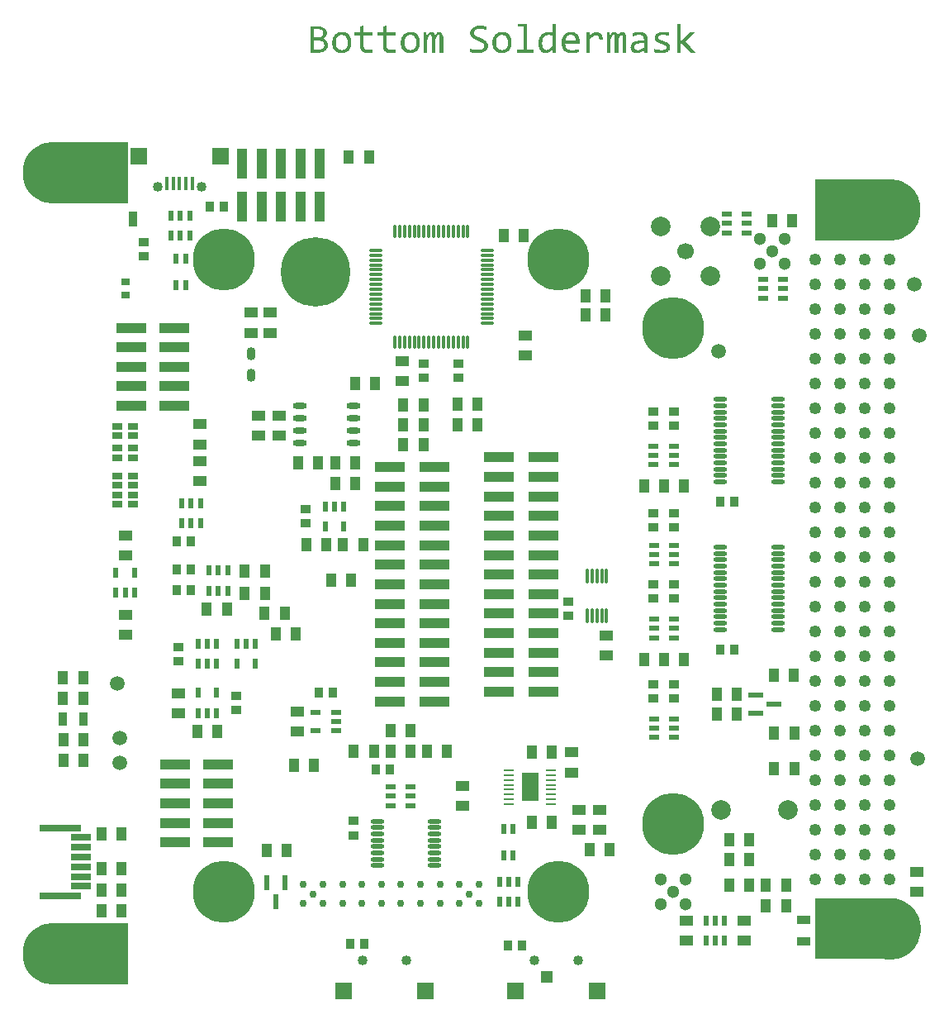
<source format=gbs>
G04 Layer_Color=16711935*
%FSLAX25Y25*%
%MOIN*%
G70*
G01*
G75*
%ADD10R,0.05315X0.04134*%
%ADD13O,0.05512X0.01100*%
%ADD18R,0.05551X0.03583*%
%ADD19R,0.05709X0.03937*%
%ADD20R,0.03937X0.05709*%
%ADD25R,0.02165X0.05906*%
%ADD26R,0.01575X0.05315*%
%ADD30R,0.03740X0.03150*%
%ADD31R,0.03583X0.05551*%
%ADD32R,0.04134X0.05315*%
%ADD37O,0.01100X0.05512*%
%ADD40O,0.05709X0.02362*%
%ADD53R,0.29995X0.25000*%
%ADD54R,0.30005X0.25000*%
%ADD55C,0.05906*%
%ADD56C,0.25000*%
%ADD57C,0.28000*%
%ADD58C,0.10000*%
%ADD59C,0.04921*%
%ADD60C,0.04000*%
%ADD61R,0.07000X0.07000*%
%ADD62C,0.07874*%
%ADD63C,0.05118*%
%ADD64C,0.06693*%
%ADD65C,0.03000*%
%ADD98R,0.02165X0.04134*%
%ADD101O,0.03543X0.05315*%
%ADD102R,0.12400X0.04016*%
%ADD103R,0.04016X0.12400*%
%ADD104R,0.02362X0.04331*%
%ADD105R,0.05906X0.02165*%
%ADD106O,0.01150X0.06496*%
%ADD108R,0.04134X0.02165*%
%ADD109R,0.03976X0.01150*%
%ADD110R,0.06890X0.11594*%
%ADD119R,0.04337X0.03543*%
%ADD121R,0.03543X0.04337*%
%ADD123R,0.16839X0.03059*%
%ADD124R,0.08177X0.02665*%
%ADD127R,0.04500X0.04600*%
%ADD128R,0.03500X0.06000*%
%ADD129R,0.04337X0.02762*%
%ADD130O,0.05669X0.01732*%
%ADD131O,0.05712X0.01800*%
%ADD132R,0.12300X0.04400*%
G36*
X192515Y39351D02*
X192734Y39333D01*
X192843D01*
X192934Y39315D01*
X193135Y39297D01*
X193371Y39260D01*
X193426D01*
X193499Y39242D01*
X193572D01*
X193772Y39206D01*
X194009Y39169D01*
X194064D01*
X194137Y39151D01*
X194210Y39133D01*
X194410Y39096D01*
X194610Y39060D01*
Y37748D01*
X194574D01*
X194501Y37784D01*
X194374Y37803D01*
X194210Y37839D01*
X194027Y37876D01*
X193809Y37930D01*
X193335Y38003D01*
X193317D01*
X193226Y38021D01*
X193116Y38039D01*
X192952Y38058D01*
X192770Y38076D01*
X192552Y38094D01*
X192114Y38112D01*
X191914D01*
X191695Y38094D01*
X191422Y38058D01*
X191112Y38003D01*
X190802Y37930D01*
X190529Y37821D01*
X190274Y37675D01*
X190256Y37657D01*
X190183Y37602D01*
X190092Y37511D01*
X189982Y37384D01*
X189873Y37220D01*
X189782Y37019D01*
X189709Y36801D01*
X189691Y36545D01*
Y36527D01*
Y36473D01*
X189709Y36400D01*
X189727Y36290D01*
X189800Y36053D01*
X189855Y35926D01*
X189928Y35798D01*
X189946Y35780D01*
X189964Y35744D01*
X190019Y35689D01*
X190092Y35616D01*
X190292Y35434D01*
X190547Y35234D01*
X190566Y35215D01*
X190620Y35197D01*
X190693Y35142D01*
X190821Y35088D01*
X190948Y35015D01*
X191094Y34942D01*
X191458Y34796D01*
X191477D01*
X191549Y34760D01*
X191640Y34723D01*
X191786Y34669D01*
X191932Y34614D01*
X192096Y34541D01*
X192479Y34377D01*
X192497D01*
X192570Y34341D01*
X192679Y34304D01*
X192807Y34250D01*
X192971Y34177D01*
X193135Y34104D01*
X193517Y33922D01*
X193535Y33904D01*
X193608Y33885D01*
X193699Y33831D01*
X193827Y33758D01*
X194118Y33557D01*
X194410Y33321D01*
X194428Y33302D01*
X194483Y33266D01*
X194556Y33193D01*
X194647Y33084D01*
X194738Y32974D01*
X194847Y32829D01*
X195048Y32501D01*
X195066Y32482D01*
X195084Y32410D01*
X195121Y32318D01*
X195175Y32191D01*
X195230Y32027D01*
X195266Y31826D01*
X195284Y31626D01*
X195303Y31389D01*
Y31353D01*
Y31262D01*
X195284Y31116D01*
X195266Y30934D01*
X195230Y30733D01*
X195157Y30496D01*
X195084Y30259D01*
X194975Y30041D01*
X194957Y30023D01*
X194920Y29950D01*
X194847Y29840D01*
X194756Y29713D01*
X194629Y29567D01*
X194483Y29403D01*
X194301Y29239D01*
X194100Y29094D01*
X194082Y29075D01*
X194009Y29039D01*
X193882Y28966D01*
X193736Y28875D01*
X193535Y28784D01*
X193317Y28693D01*
X193062Y28602D01*
X192770Y28529D01*
X192734D01*
X192643Y28492D01*
X192479Y28474D01*
X192260Y28438D01*
X192005Y28401D01*
X191713Y28383D01*
X191385Y28346D01*
X190784D01*
X190638Y28365D01*
X190511D01*
X190183Y28383D01*
X190110D01*
X190037Y28401D01*
X189928D01*
X189673Y28438D01*
X189381Y28474D01*
X189308D01*
X189235Y28492D01*
X189144D01*
X188908Y28529D01*
X188652Y28565D01*
X188634D01*
X188598Y28583D01*
X188525Y28602D01*
X188452Y28620D01*
X188252Y28674D01*
X188033Y28729D01*
Y30132D01*
X188069Y30114D01*
X188142Y30095D01*
X188270Y30059D01*
X188434Y30005D01*
X188634Y29932D01*
X188871Y29877D01*
X189126Y29822D01*
X189400Y29768D01*
X189436D01*
X189527Y29749D01*
X189691Y29731D01*
X189910Y29713D01*
X190165Y29676D01*
X190456Y29658D01*
X190784Y29640D01*
X191404D01*
X191568Y29658D01*
X191750D01*
X191950Y29695D01*
X192151Y29713D01*
X192351Y29749D01*
X192369D01*
X192442Y29768D01*
X192515Y29804D01*
X192643Y29822D01*
X192898Y29932D01*
X193153Y30059D01*
X193171Y30077D01*
X193207Y30095D01*
X193262Y30150D01*
X193335Y30205D01*
X193499Y30369D01*
X193626Y30588D01*
Y30606D01*
X193645Y30642D01*
X193681Y30715D01*
X193699Y30806D01*
X193736Y30915D01*
X193754Y31043D01*
X193772Y31316D01*
Y31334D01*
Y31389D01*
X193754Y31462D01*
X193736Y31571D01*
X193663Y31808D01*
X193608Y31918D01*
X193517Y32045D01*
X193499Y32063D01*
X193481Y32100D01*
X193426Y32154D01*
X193353Y32227D01*
X193262Y32318D01*
X193153Y32410D01*
X192879Y32592D01*
X192861Y32610D01*
X192807Y32628D01*
X192734Y32683D01*
X192624Y32737D01*
X192497Y32810D01*
X192351Y32883D01*
X191987Y33047D01*
X191969Y33065D01*
X191896Y33084D01*
X191805Y33120D01*
X191659Y33175D01*
X191513Y33229D01*
X191331Y33302D01*
X190948Y33448D01*
X190930Y33466D01*
X190857Y33485D01*
X190766Y33539D01*
X190638Y33594D01*
X190474Y33667D01*
X190311Y33740D01*
X189928Y33922D01*
X189910Y33940D01*
X189837Y33976D01*
X189746Y34013D01*
X189618Y34086D01*
X189491Y34177D01*
X189327Y34268D01*
X189017Y34505D01*
X188999Y34523D01*
X188962Y34559D01*
X188889Y34632D01*
X188798Y34742D01*
X188707Y34851D01*
X188598Y34997D01*
X188397Y35307D01*
X188379Y35325D01*
X188361Y35398D01*
X188324Y35489D01*
X188288Y35616D01*
X188233Y35780D01*
X188197Y35962D01*
X188179Y36181D01*
X188161Y36400D01*
Y36418D01*
Y36491D01*
X188179Y36600D01*
X188197Y36746D01*
X188215Y36910D01*
X188252Y37092D01*
X188306Y37293D01*
X188379Y37493D01*
X188397Y37511D01*
X188416Y37584D01*
X188488Y37675D01*
X188561Y37803D01*
X188652Y37948D01*
X188780Y38112D01*
X188926Y38276D01*
X189090Y38440D01*
X189108Y38458D01*
X189181Y38513D01*
X189290Y38586D01*
X189436Y38677D01*
X189600Y38787D01*
X189819Y38896D01*
X190055Y39005D01*
X190329Y39114D01*
X190365Y39133D01*
X190474Y39151D01*
X190620Y39187D01*
X190839Y39242D01*
X191112Y39297D01*
X191422Y39333D01*
X191768Y39351D01*
X192151Y39369D01*
X192333D01*
X192515Y39351D01*
D02*
G37*
G36*
X222724Y28492D02*
X221430D01*
X221376Y30041D01*
Y30023D01*
X221357Y30005D01*
X221266Y29895D01*
X221157Y29749D01*
X220993Y29549D01*
X220793Y29348D01*
X220574Y29130D01*
X220337Y28929D01*
X220082Y28747D01*
X220045Y28729D01*
X219954Y28693D01*
X219827Y28620D01*
X219626Y28547D01*
X219408Y28474D01*
X219153Y28401D01*
X218879Y28365D01*
X218570Y28346D01*
X218460D01*
X218315Y28365D01*
X218151Y28383D01*
X217968Y28419D01*
X217750Y28474D01*
X217549Y28547D01*
X217331Y28638D01*
X217313Y28656D01*
X217240Y28693D01*
X217148Y28765D01*
X217021Y28857D01*
X216875Y28966D01*
X216729Y29112D01*
X216584Y29276D01*
X216438Y29458D01*
X216420Y29476D01*
X216383Y29549D01*
X216310Y29676D01*
X216237Y29822D01*
X216146Y30023D01*
X216055Y30241D01*
X215964Y30478D01*
X215891Y30751D01*
Y30788D01*
X215873Y30879D01*
X215837Y31043D01*
X215819Y31243D01*
X215782Y31499D01*
X215746Y31790D01*
X215727Y32100D01*
Y32428D01*
Y32446D01*
Y32482D01*
Y32537D01*
Y32610D01*
X215746Y32792D01*
X215764Y33047D01*
X215800Y33339D01*
X215837Y33648D01*
X215910Y33976D01*
X216001Y34286D01*
Y34304D01*
X216019Y34323D01*
X216055Y34432D01*
X216128Y34578D01*
X216219Y34760D01*
X216329Y34979D01*
X216474Y35215D01*
X216638Y35452D01*
X216821Y35671D01*
X216839Y35689D01*
X216912Y35762D01*
X217021Y35871D01*
X217185Y35999D01*
X217367Y36126D01*
X217586Y36272D01*
X217823Y36400D01*
X218096Y36527D01*
X218132Y36545D01*
X218224Y36582D01*
X218388Y36618D01*
X218588Y36673D01*
X218825Y36728D01*
X219116Y36782D01*
X219426Y36801D01*
X219754Y36819D01*
X219991D01*
X220246Y36801D01*
X220519Y36764D01*
X220537D01*
X220592Y36746D01*
X220665D01*
X220756Y36728D01*
X221011Y36673D01*
X221285Y36600D01*
Y40080D01*
X222724D01*
Y28492D01*
D02*
G37*
G36*
X266470Y36855D02*
X266652D01*
X267071Y36819D01*
X267090D01*
X267181Y36801D01*
X267290D01*
X267454Y36782D01*
X267636Y36746D01*
X267837Y36728D01*
X268073Y36673D01*
X268310Y36636D01*
Y35361D01*
X268274D01*
X268201Y35398D01*
X268073Y35416D01*
X267891Y35452D01*
X267709Y35489D01*
X267490Y35525D01*
X267035Y35598D01*
X267017D01*
X266926Y35616D01*
X266816Y35634D01*
X266670Y35653D01*
X266507D01*
X266342Y35671D01*
X265978Y35689D01*
X265796D01*
X265668Y35671D01*
X265377Y35653D01*
X265085Y35598D01*
X265067D01*
X265031Y35580D01*
X264958Y35561D01*
X264867Y35543D01*
X264685Y35452D01*
X264484Y35361D01*
X264448Y35343D01*
X264356Y35270D01*
X264265Y35161D01*
X264174Y35033D01*
X264156Y34997D01*
X264138Y34906D01*
X264102Y34778D01*
X264083Y34614D01*
Y34596D01*
Y34578D01*
X264102Y34487D01*
X264120Y34359D01*
X264156Y34213D01*
X264174Y34177D01*
X264229Y34104D01*
X264338Y33995D01*
X264484Y33867D01*
X264502D01*
X264521Y33831D01*
X264575Y33812D01*
X264648Y33758D01*
X264757Y33703D01*
X264867Y33648D01*
X264994Y33594D01*
X265140Y33521D01*
X265158D01*
X265213Y33485D01*
X265304Y33466D01*
X265431Y33412D01*
X265596Y33357D01*
X265778Y33302D01*
X265978Y33248D01*
X266215Y33175D01*
X266251Y33156D01*
X266342Y33138D01*
X266470Y33102D01*
X266652Y33029D01*
X266853Y32974D01*
X267053Y32883D01*
X267253Y32810D01*
X267454Y32719D01*
X267472Y32701D01*
X267545Y32683D01*
X267618Y32628D01*
X267745Y32574D01*
X268001Y32391D01*
X268256Y32191D01*
X268274Y32173D01*
X268310Y32136D01*
X268365Y32081D01*
X268438Y32009D01*
X268584Y31808D01*
X268656Y31681D01*
X268711Y31553D01*
Y31535D01*
X268729Y31499D01*
X268766Y31407D01*
X268784Y31316D01*
X268820Y31189D01*
X268839Y31061D01*
X268857Y30733D01*
Y30715D01*
Y30660D01*
Y30569D01*
X268839Y30478D01*
X268784Y30223D01*
X268693Y29950D01*
Y29932D01*
X268675Y29895D01*
X268638Y29822D01*
X268584Y29749D01*
X268456Y29549D01*
X268292Y29330D01*
X268274Y29312D01*
X268256Y29294D01*
X268201Y29239D01*
X268128Y29185D01*
X267928Y29039D01*
X267691Y28875D01*
X267673D01*
X267636Y28838D01*
X267563Y28820D01*
X267472Y28765D01*
X267253Y28674D01*
X266980Y28583D01*
X266962D01*
X266926Y28565D01*
X266834Y28547D01*
X266743Y28529D01*
X266634Y28492D01*
X266488Y28474D01*
X266197Y28419D01*
X266178D01*
X266124Y28401D01*
X266051D01*
X265942Y28383D01*
X265705Y28365D01*
X265413Y28346D01*
X265104D01*
X264903Y28365D01*
X264666D01*
X264411Y28383D01*
X263865Y28419D01*
X263828D01*
X263755Y28438D01*
X263610Y28456D01*
X263445Y28474D01*
X263227Y28510D01*
X263008Y28547D01*
X262516Y28656D01*
Y29968D01*
X262553D01*
X262644Y29932D01*
X262771Y29895D01*
X262954Y29840D01*
X263172Y29786D01*
X263409Y29731D01*
X263937Y29640D01*
X263974D01*
X264065Y29622D01*
X264193Y29604D01*
X264375D01*
X264593Y29585D01*
X264830Y29567D01*
X265359Y29549D01*
X265523D01*
X265705Y29567D01*
X265924Y29585D01*
X266178Y29622D01*
X266434Y29658D01*
X266670Y29731D01*
X266871Y29822D01*
X266889Y29840D01*
X266944Y29877D01*
X267035Y29932D01*
X267126Y30023D01*
X267217Y30132D01*
X267308Y30278D01*
X267363Y30442D01*
X267381Y30624D01*
Y30642D01*
Y30660D01*
X267363Y30751D01*
X267345Y30879D01*
X267290Y31007D01*
X267272Y31043D01*
X267235Y31116D01*
X267144Y31225D01*
X266998Y31353D01*
X266962Y31389D01*
X266907Y31407D01*
X266853Y31462D01*
X266762Y31499D01*
X266652Y31553D01*
X266507Y31626D01*
X266361Y31681D01*
X266342D01*
X266288Y31717D01*
X266197Y31754D01*
X266051Y31808D01*
X265887Y31863D01*
X265687Y31936D01*
X265468Y32009D01*
X265195Y32081D01*
X265176D01*
X265104Y32118D01*
X264994Y32136D01*
X264867Y32191D01*
X264703Y32245D01*
X264539Y32300D01*
X264174Y32446D01*
X264156Y32464D01*
X264102Y32482D01*
X264010Y32537D01*
X263901Y32592D01*
X263628Y32737D01*
X263354Y32938D01*
X263336Y32956D01*
X263300Y32993D01*
X263227Y33047D01*
X263154Y33138D01*
X262972Y33339D01*
X262808Y33612D01*
Y33630D01*
X262771Y33685D01*
X262753Y33758D01*
X262717Y33867D01*
X262680Y33995D01*
X262662Y34159D01*
X262626Y34341D01*
Y34523D01*
Y34541D01*
Y34578D01*
Y34650D01*
X262644Y34742D01*
X262662Y34851D01*
X262680Y34979D01*
X262771Y35270D01*
Y35288D01*
X262808Y35343D01*
X262844Y35416D01*
X262899Y35525D01*
X262972Y35634D01*
X263063Y35762D01*
X263191Y35908D01*
X263318Y36035D01*
X263336Y36053D01*
X263391Y36090D01*
X263482Y36163D01*
X263591Y36254D01*
X263737Y36345D01*
X263919Y36436D01*
X264120Y36545D01*
X264356Y36636D01*
X264393Y36655D01*
X264484Y36673D01*
X264612Y36709D01*
X264812Y36764D01*
X265049Y36801D01*
X265322Y36837D01*
X265650Y36855D01*
X265996Y36873D01*
X266324D01*
X266470Y36855D01*
D02*
G37*
G36*
X239377D02*
X239468D01*
X239596Y36837D01*
X239887Y36764D01*
X240197Y36673D01*
X240507Y36527D01*
X240816Y36309D01*
X240962Y36181D01*
X241090Y36035D01*
X241126Y35999D01*
X241144Y35944D01*
X241199Y35890D01*
X241235Y35798D01*
X241290Y35689D01*
X241363Y35561D01*
X241418Y35416D01*
X241472Y35252D01*
X241527Y35088D01*
X241582Y34887D01*
X241636Y34669D01*
X241673Y34414D01*
X241691Y34159D01*
X241709Y33885D01*
Y33594D01*
X240270D01*
Y33612D01*
Y33648D01*
Y33703D01*
Y33776D01*
X240251Y33958D01*
X240233Y34177D01*
X240197Y34432D01*
X240142Y34687D01*
X240051Y34942D01*
X239942Y35142D01*
X239924Y35161D01*
X239887Y35215D01*
X239796Y35307D01*
X239687Y35398D01*
X239541Y35470D01*
X239377Y35561D01*
X239177Y35616D01*
X238940Y35634D01*
X238830D01*
X238776Y35616D01*
X238594Y35598D01*
X238375Y35525D01*
X238357D01*
X238320Y35507D01*
X238265Y35489D01*
X238193Y35452D01*
X237992Y35343D01*
X237774Y35197D01*
X237755Y35179D01*
X237719Y35161D01*
X237664Y35106D01*
X237573Y35051D01*
X237373Y34851D01*
X237118Y34614D01*
X237099Y34596D01*
X237063Y34559D01*
X236990Y34487D01*
X236899Y34377D01*
X236790Y34250D01*
X236662Y34122D01*
X236535Y33958D01*
X236389Y33776D01*
Y28492D01*
X234949D01*
Y36728D01*
X236243D01*
X236280Y35197D01*
Y35215D01*
X236316Y35234D01*
X236407Y35343D01*
X236553Y35489D01*
X236735Y35689D01*
X236954Y35890D01*
X237191Y36108D01*
X237446Y36309D01*
X237719Y36473D01*
X237755Y36491D01*
X237846Y36527D01*
X237974Y36600D01*
X238174Y36673D01*
X238375Y36746D01*
X238630Y36819D01*
X238885Y36855D01*
X239158Y36873D01*
X239286D01*
X239377Y36855D01*
D02*
G37*
G36*
X249726D02*
X249817Y36837D01*
X249944Y36801D01*
X250072Y36746D01*
X250218Y36673D01*
X250364Y36582D01*
X250509Y36454D01*
X250655Y36290D01*
X250783Y36090D01*
X250910Y35871D01*
X251001Y35598D01*
X251074Y35270D01*
X251129Y34906D01*
X251147Y34487D01*
Y28492D01*
X249726D01*
Y34396D01*
Y34414D01*
Y34468D01*
Y34523D01*
Y34614D01*
X249708Y34815D01*
X249689Y35015D01*
Y35033D01*
Y35051D01*
X249671Y35161D01*
X249653Y35288D01*
X249598Y35416D01*
X249580Y35434D01*
X249562Y35489D01*
X249507Y35561D01*
X249453Y35616D01*
X249434Y35634D01*
X249398Y35653D01*
X249325Y35671D01*
X249234Y35689D01*
X249216D01*
X249143Y35671D01*
X249052Y35653D01*
X248942Y35580D01*
X248924Y35561D01*
X248869Y35507D01*
X248778Y35398D01*
X248669Y35252D01*
Y35234D01*
X248651Y35215D01*
X248615Y35161D01*
X248578Y35106D01*
X248469Y34906D01*
X248341Y34669D01*
Y34650D01*
X248305Y34596D01*
X248268Y34523D01*
X248214Y34414D01*
X248159Y34286D01*
X248086Y34140D01*
X248013Y33958D01*
X247922Y33776D01*
Y28492D01*
X246501D01*
Y34250D01*
Y34268D01*
Y34323D01*
Y34396D01*
Y34505D01*
X246483Y34742D01*
X246464Y34960D01*
Y34979D01*
Y35015D01*
X246446Y35124D01*
X246428Y35270D01*
X246373Y35398D01*
X246355Y35416D01*
X246337Y35489D01*
X246282Y35561D01*
X246228Y35616D01*
X246209Y35634D01*
X246173Y35653D01*
X246100Y35671D01*
X246009Y35689D01*
X245991D01*
X245918Y35671D01*
X245827Y35653D01*
X245736Y35598D01*
X245718Y35580D01*
X245663Y35525D01*
X245572Y35434D01*
X245462Y35288D01*
X245444Y35252D01*
X245371Y35142D01*
X245262Y34960D01*
X245134Y34723D01*
Y34705D01*
X245098Y34650D01*
X245062Y34578D01*
X245007Y34468D01*
X244952Y34341D01*
X244879Y34177D01*
X244788Y33976D01*
X244697Y33776D01*
Y28492D01*
X243276D01*
Y36728D01*
X244442D01*
X244515Y35161D01*
X244533Y35179D01*
X244551Y35234D01*
X244588Y35325D01*
X244642Y35434D01*
X244788Y35689D01*
X244934Y35944D01*
X244952Y35962D01*
X244970Y35999D01*
X245007Y36053D01*
X245062Y36126D01*
X245189Y36309D01*
X245353Y36473D01*
X245371Y36491D01*
X245390Y36509D01*
X245499Y36582D01*
X245645Y36673D01*
X245809Y36764D01*
X245827D01*
X245845Y36782D01*
X245973Y36819D01*
X246136Y36855D01*
X246337Y36873D01*
X246446D01*
X246574Y36855D01*
X246720Y36819D01*
X246884Y36764D01*
X247047Y36691D01*
X247212Y36582D01*
X247357Y36436D01*
X247375Y36418D01*
X247412Y36363D01*
X247467Y36254D01*
X247539Y36108D01*
X247594Y35908D01*
X247649Y35689D01*
X247685Y35416D01*
X247704Y35088D01*
X247722Y35106D01*
X247740Y35161D01*
X247776Y35234D01*
X247831Y35343D01*
X247958Y35580D01*
X248086Y35835D01*
Y35853D01*
X248123Y35890D01*
X248159Y35962D01*
X248214Y36035D01*
X248341Y36217D01*
X248487Y36400D01*
X248505Y36418D01*
X248523Y36436D01*
X248633Y36527D01*
X248778Y36636D01*
X248961Y36746D01*
X248979D01*
X249015Y36764D01*
X249070Y36782D01*
X249143Y36819D01*
X249343Y36855D01*
X249580Y36873D01*
X249653D01*
X249726Y36855D01*
D02*
G37*
G36*
X175826D02*
X175917Y36837D01*
X176044Y36801D01*
X176172Y36746D01*
X176318Y36673D01*
X176463Y36582D01*
X176609Y36454D01*
X176755Y36290D01*
X176882Y36090D01*
X177010Y35871D01*
X177101Y35598D01*
X177174Y35270D01*
X177228Y34906D01*
X177247Y34487D01*
Y28492D01*
X175826D01*
Y34396D01*
Y34414D01*
Y34468D01*
Y34523D01*
Y34614D01*
X175807Y34815D01*
X175789Y35015D01*
Y35033D01*
Y35051D01*
X175771Y35161D01*
X175753Y35288D01*
X175698Y35416D01*
X175680Y35434D01*
X175662Y35489D01*
X175607Y35561D01*
X175552Y35616D01*
X175534Y35634D01*
X175498Y35653D01*
X175425Y35671D01*
X175334Y35689D01*
X175315D01*
X175242Y35671D01*
X175151Y35653D01*
X175042Y35580D01*
X175024Y35561D01*
X174969Y35507D01*
X174878Y35398D01*
X174769Y35252D01*
Y35234D01*
X174751Y35215D01*
X174714Y35161D01*
X174678Y35106D01*
X174568Y34906D01*
X174441Y34669D01*
Y34650D01*
X174404Y34596D01*
X174368Y34523D01*
X174313Y34414D01*
X174259Y34286D01*
X174186Y34140D01*
X174113Y33958D01*
X174022Y33776D01*
Y28492D01*
X172601D01*
Y34250D01*
Y34268D01*
Y34323D01*
Y34396D01*
Y34505D01*
X172582Y34742D01*
X172564Y34960D01*
Y34979D01*
Y35015D01*
X172546Y35124D01*
X172528Y35270D01*
X172473Y35398D01*
X172455Y35416D01*
X172437Y35489D01*
X172382Y35561D01*
X172327Y35616D01*
X172309Y35634D01*
X172273Y35653D01*
X172200Y35671D01*
X172109Y35689D01*
X172090D01*
X172018Y35671D01*
X171926Y35653D01*
X171835Y35598D01*
X171817Y35580D01*
X171763Y35525D01*
X171671Y35434D01*
X171562Y35288D01*
X171544Y35252D01*
X171471Y35142D01*
X171362Y34960D01*
X171234Y34723D01*
Y34705D01*
X171198Y34650D01*
X171161Y34578D01*
X171107Y34468D01*
X171052Y34341D01*
X170979Y34177D01*
X170888Y33976D01*
X170797Y33776D01*
Y28492D01*
X169376D01*
Y36728D01*
X170542D01*
X170615Y35161D01*
X170633Y35179D01*
X170651Y35234D01*
X170687Y35325D01*
X170742Y35434D01*
X170888Y35689D01*
X171034Y35944D01*
X171052Y35962D01*
X171070Y35999D01*
X171107Y36053D01*
X171161Y36126D01*
X171289Y36309D01*
X171453Y36473D01*
X171471Y36491D01*
X171489Y36509D01*
X171598Y36582D01*
X171744Y36673D01*
X171908Y36764D01*
X171926D01*
X171945Y36782D01*
X172072Y36819D01*
X172236Y36855D01*
X172437Y36873D01*
X172546D01*
X172673Y36855D01*
X172819Y36819D01*
X172983Y36764D01*
X173147Y36691D01*
X173311Y36582D01*
X173457Y36436D01*
X173475Y36418D01*
X173512Y36363D01*
X173566Y36254D01*
X173639Y36108D01*
X173694Y35908D01*
X173749Y35689D01*
X173785Y35416D01*
X173803Y35088D01*
X173821Y35106D01*
X173840Y35161D01*
X173876Y35234D01*
X173931Y35343D01*
X174058Y35580D01*
X174186Y35835D01*
Y35853D01*
X174222Y35890D01*
X174259Y35962D01*
X174313Y36035D01*
X174441Y36217D01*
X174587Y36400D01*
X174605Y36418D01*
X174623Y36436D01*
X174732Y36527D01*
X174878Y36636D01*
X175060Y36746D01*
X175078D01*
X175115Y36764D01*
X175170Y36782D01*
X175242Y36819D01*
X175443Y36855D01*
X175680Y36873D01*
X175753D01*
X175826Y36855D01*
D02*
G37*
G36*
X273175Y32956D02*
X276874Y36728D01*
X278769D01*
X274906Y32920D01*
X278987Y28492D01*
X277019D01*
X273175Y32901D01*
Y28492D01*
X271754D01*
Y40080D01*
X273175D01*
Y32956D01*
D02*
G37*
G36*
X256905Y36855D02*
X257105Y36837D01*
X257342Y36801D01*
X257797Y36709D01*
X257816D01*
X257907Y36673D01*
X258016Y36636D01*
X258143Y36582D01*
X258308Y36509D01*
X258471Y36418D01*
X258635Y36327D01*
X258799Y36199D01*
X258818Y36181D01*
X258872Y36145D01*
X258945Y36072D01*
X259036Y35981D01*
X259146Y35853D01*
X259255Y35707D01*
X259346Y35543D01*
X259437Y35361D01*
X259455Y35343D01*
X259474Y35270D01*
X259510Y35161D01*
X259565Y35015D01*
X259601Y34851D01*
X259638Y34632D01*
X259656Y34414D01*
X259674Y34159D01*
Y28492D01*
X258380D01*
X258344Y29585D01*
X258308Y29549D01*
X258235Y29476D01*
X258089Y29367D01*
X257925Y29221D01*
X257706Y29075D01*
X257488Y28911D01*
X257232Y28765D01*
X256977Y28638D01*
X256941Y28620D01*
X256850Y28602D01*
X256722Y28547D01*
X256540Y28492D01*
X256322Y28438D01*
X256066Y28401D01*
X255811Y28365D01*
X255520Y28346D01*
X255411D01*
X255283Y28365D01*
X255119D01*
X254919Y28383D01*
X254718Y28419D01*
X254317Y28510D01*
X254299D01*
X254244Y28547D01*
X254153Y28583D01*
X254026Y28638D01*
X253771Y28802D01*
X253497Y29002D01*
X253479Y29021D01*
X253443Y29057D01*
X253388Y29130D01*
X253315Y29221D01*
X253242Y29330D01*
X253151Y29458D01*
X253024Y29749D01*
Y29768D01*
X253006Y29822D01*
X252987Y29913D01*
X252951Y30023D01*
X252933Y30168D01*
X252896Y30332D01*
X252878Y30679D01*
Y30697D01*
Y30733D01*
Y30806D01*
X252896Y30879D01*
X252914Y30988D01*
X252933Y31116D01*
X252987Y31389D01*
X253097Y31699D01*
X253261Y32027D01*
X253370Y32191D01*
X253497Y32337D01*
X253625Y32482D01*
X253789Y32628D01*
X253807D01*
X253825Y32665D01*
X253880Y32701D01*
X253971Y32737D01*
X254062Y32792D01*
X254172Y32847D01*
X254317Y32920D01*
X254481Y32993D01*
X254663Y33047D01*
X254864Y33120D01*
X255083Y33175D01*
X255338Y33229D01*
X255593Y33266D01*
X255884Y33302D01*
X256194Y33339D01*
X258235D01*
Y34049D01*
Y34086D01*
Y34177D01*
X258216Y34304D01*
X258180Y34468D01*
X258125Y34650D01*
X258034Y34851D01*
X257925Y35033D01*
X257761Y35215D01*
X257743Y35234D01*
X257670Y35288D01*
X257560Y35361D01*
X257415Y35434D01*
X257214Y35507D01*
X256959Y35580D01*
X256668Y35634D01*
X256340Y35653D01*
X256085D01*
X255903Y35634D01*
X255684Y35616D01*
X255465Y35580D01*
X254955Y35489D01*
X254919D01*
X254846Y35452D01*
X254700Y35416D01*
X254536Y35379D01*
X254317Y35307D01*
X254081Y35234D01*
X253825Y35142D01*
X253570Y35051D01*
Y36345D01*
X253589D01*
X253625Y36363D01*
X253661Y36382D01*
X253734Y36400D01*
X253917Y36454D01*
X254153Y36527D01*
X254172D01*
X254208Y36545D01*
X254281Y36564D01*
X254372Y36582D01*
X254609Y36636D01*
X254864Y36691D01*
X254882D01*
X254937Y36709D01*
X255010Y36728D01*
X255101Y36746D01*
X255210Y36764D01*
X255338Y36782D01*
X255629Y36819D01*
X255647D01*
X255702Y36837D01*
X255775D01*
X255884Y36855D01*
X256012D01*
X256139Y36873D01*
X256722D01*
X256905Y36855D01*
D02*
G37*
G36*
X211136Y29676D02*
X213596D01*
Y28492D01*
X207000D01*
Y29676D01*
X209697D01*
Y38914D01*
X207273D01*
Y40080D01*
X211136D01*
Y29676D01*
D02*
G37*
G36*
X127105Y39187D02*
X127324Y39169D01*
X127597Y39133D01*
X127889Y39060D01*
X128217Y38987D01*
X128545Y38878D01*
X128873Y38750D01*
X129201Y38568D01*
X129492Y38367D01*
X129765Y38112D01*
X129984Y37803D01*
X130166Y37456D01*
X130276Y37056D01*
X130294Y36837D01*
X130312Y36600D01*
Y36582D01*
Y36564D01*
Y36454D01*
X130294Y36290D01*
X130257Y36090D01*
X130203Y35853D01*
X130130Y35598D01*
X130039Y35343D01*
X129893Y35106D01*
X129875Y35088D01*
X129820Y34997D01*
X129711Y34887D01*
X129583Y34760D01*
X129401Y34614D01*
X129164Y34450D01*
X128891Y34304D01*
X128563Y34177D01*
X128581D01*
X128636Y34159D01*
X128727Y34140D01*
X128836Y34122D01*
X129091Y34031D01*
X129383Y33904D01*
X129401D01*
X129456Y33867D01*
X129528Y33831D01*
X129620Y33758D01*
X129838Y33612D01*
X130057Y33393D01*
X130075Y33375D01*
X130112Y33339D01*
X130166Y33266D01*
X130221Y33193D01*
X130294Y33084D01*
X130367Y32956D01*
X130512Y32646D01*
Y32628D01*
X130549Y32574D01*
X130567Y32482D01*
X130604Y32373D01*
X130640Y32227D01*
X130658Y32063D01*
X130695Y31699D01*
Y31662D01*
Y31571D01*
X130676Y31426D01*
X130658Y31225D01*
X130622Y31025D01*
X130567Y30788D01*
X130494Y30551D01*
X130385Y30314D01*
X130367Y30296D01*
X130330Y30223D01*
X130257Y30114D01*
X130166Y29968D01*
X130057Y29822D01*
X129911Y29640D01*
X129747Y29476D01*
X129547Y29312D01*
X129528Y29294D01*
X129456Y29239D01*
X129328Y29166D01*
X129182Y29094D01*
X128982Y28984D01*
X128763Y28875D01*
X128508Y28784D01*
X128217Y28693D01*
X128180D01*
X128089Y28656D01*
X127925Y28638D01*
X127725Y28602D01*
X127470Y28565D01*
X127178Y28529D01*
X126850Y28510D01*
X126504Y28492D01*
X123753D01*
Y39206D01*
X126923D01*
X127105Y39187D01*
D02*
G37*
G36*
X154399Y36728D02*
X158116D01*
Y35525D01*
X154399D01*
Y31334D01*
Y31316D01*
Y31298D01*
Y31189D01*
X154417Y31043D01*
X154454Y30843D01*
X154508Y30624D01*
X154599Y30405D01*
X154709Y30205D01*
X154873Y30023D01*
X154891Y30005D01*
X154964Y29950D01*
X155073Y29877D01*
X155219Y29804D01*
X155419Y29731D01*
X155656Y29658D01*
X155929Y29604D01*
X156257Y29585D01*
X156512D01*
X156640Y29604D01*
X156804D01*
X157132Y29640D01*
X157150D01*
X157223Y29658D01*
X157314D01*
X157442Y29695D01*
X157587Y29713D01*
X157751Y29749D01*
X158116Y29840D01*
Y28602D01*
X158098D01*
X158025Y28583D01*
X157933Y28565D01*
X157806Y28547D01*
X157642Y28510D01*
X157478Y28492D01*
X157095Y28438D01*
X157004D01*
X156913Y28419D01*
X156767D01*
X156622Y28401D01*
X156439D01*
X156057Y28383D01*
X155911D01*
X155802Y28401D01*
X155674D01*
X155528Y28419D01*
X155182Y28474D01*
X154818Y28547D01*
X154435Y28674D01*
X154071Y28838D01*
X153889Y28948D01*
X153743Y29075D01*
X153707Y29112D01*
X153615Y29203D01*
X153506Y29367D01*
X153360Y29604D01*
X153215Y29913D01*
X153105Y30278D01*
X153014Y30715D01*
X152978Y31225D01*
Y35525D01*
X150682D01*
Y36728D01*
X152978D01*
Y38987D01*
X154399Y39369D01*
Y36728D01*
D02*
G37*
G36*
X145161D02*
X148878D01*
Y35525D01*
X145161D01*
Y31334D01*
Y31316D01*
Y31298D01*
Y31189D01*
X145179Y31043D01*
X145216Y30843D01*
X145271Y30624D01*
X145362Y30405D01*
X145471Y30205D01*
X145635Y30023D01*
X145653Y30005D01*
X145726Y29950D01*
X145835Y29877D01*
X145981Y29804D01*
X146182Y29731D01*
X146418Y29658D01*
X146692Y29604D01*
X147020Y29585D01*
X147275D01*
X147402Y29604D01*
X147566D01*
X147894Y29640D01*
X147913D01*
X147985Y29658D01*
X148076D01*
X148204Y29695D01*
X148350Y29713D01*
X148514Y29749D01*
X148878Y29840D01*
Y28602D01*
X148860D01*
X148787Y28583D01*
X148696Y28565D01*
X148568Y28547D01*
X148405Y28510D01*
X148240Y28492D01*
X147858Y28438D01*
X147767D01*
X147676Y28419D01*
X147530D01*
X147384Y28401D01*
X147202D01*
X146819Y28383D01*
X146674D01*
X146564Y28401D01*
X146437D01*
X146291Y28419D01*
X145945Y28474D01*
X145580Y28547D01*
X145198Y28674D01*
X144833Y28838D01*
X144651Y28948D01*
X144505Y29075D01*
X144469Y29112D01*
X144378Y29203D01*
X144269Y29367D01*
X144123Y29604D01*
X143977Y29913D01*
X143868Y30278D01*
X143777Y30715D01*
X143740Y31225D01*
Y35525D01*
X141444D01*
Y36728D01*
X143740D01*
Y38987D01*
X145161Y39369D01*
Y36728D01*
D02*
G37*
G36*
X229083Y36855D02*
X229283Y36837D01*
X229520Y36801D01*
X229775Y36764D01*
X230030Y36691D01*
X230285Y36600D01*
X230322Y36582D01*
X230395Y36545D01*
X230522Y36491D01*
X230686Y36400D01*
X230850Y36290D01*
X231050Y36163D01*
X231233Y35999D01*
X231415Y35817D01*
X231433Y35798D01*
X231488Y35726D01*
X231579Y35616D01*
X231670Y35489D01*
X231779Y35307D01*
X231907Y35106D01*
X232016Y34869D01*
X232107Y34614D01*
X232125Y34578D01*
X232144Y34487D01*
X232180Y34341D01*
X232235Y34159D01*
X232271Y33922D01*
X232308Y33667D01*
X232326Y33375D01*
X232344Y33047D01*
Y33029D01*
Y32993D01*
Y32938D01*
Y32865D01*
Y32701D01*
X232326Y32519D01*
Y32482D01*
Y32391D01*
Y32282D01*
X232308Y32154D01*
X226532D01*
Y32136D01*
Y32100D01*
Y32027D01*
X226550Y31954D01*
Y31845D01*
X226568Y31717D01*
X226623Y31426D01*
X226696Y31116D01*
X226823Y30788D01*
X226987Y30478D01*
X227224Y30205D01*
X227261Y30168D01*
X227352Y30095D01*
X227516Y29986D01*
X227753Y29877D01*
X228044Y29749D01*
X228390Y29640D01*
X228791Y29567D01*
X229265Y29531D01*
X229720D01*
X229975Y29549D01*
X230030D01*
X230103Y29567D01*
X230194D01*
X230431Y29604D01*
X230668Y29622D01*
X230686D01*
X230722Y29640D01*
X230795D01*
X230886Y29658D01*
X231087Y29695D01*
X231324Y29731D01*
X231342D01*
X231378Y29749D01*
X231433Y29768D01*
X231506Y29786D01*
X231706Y29822D01*
X231907Y29877D01*
Y28711D01*
X231889D01*
X231797Y28693D01*
X231688Y28656D01*
X231524Y28620D01*
X231324Y28583D01*
X231105Y28529D01*
X230850Y28492D01*
X230577Y28456D01*
X230540D01*
X230449Y28438D01*
X230303Y28419D01*
X230121Y28401D01*
X229884Y28383D01*
X229629Y28365D01*
X229356Y28346D01*
X228882D01*
X228682Y28365D01*
X228445Y28383D01*
X228153Y28419D01*
X227844Y28456D01*
X227534Y28529D01*
X227242Y28620D01*
X227206Y28638D01*
X227115Y28674D01*
X226969Y28747D01*
X226805Y28838D01*
X226605Y28948D01*
X226386Y29094D01*
X226186Y29257D01*
X225985Y29458D01*
X225967Y29476D01*
X225912Y29549D01*
X225821Y29676D01*
X225712Y29822D01*
X225584Y30023D01*
X225475Y30241D01*
X225347Y30515D01*
X225256Y30788D01*
Y30806D01*
Y30824D01*
X225220Y30934D01*
X225184Y31098D01*
X225147Y31316D01*
X225111Y31590D01*
X225074Y31881D01*
X225056Y32227D01*
X225038Y32592D01*
Y32610D01*
Y32628D01*
Y32737D01*
X225056Y32901D01*
X225074Y33120D01*
X225092Y33357D01*
X225147Y33630D01*
X225202Y33922D01*
X225275Y34213D01*
Y34231D01*
X225293Y34250D01*
X225329Y34341D01*
X225384Y34487D01*
X225457Y34687D01*
X225566Y34887D01*
X225694Y35124D01*
X225839Y35361D01*
X226003Y35580D01*
X226022Y35598D01*
X226095Y35671D01*
X226204Y35780D01*
X226331Y35926D01*
X226514Y36072D01*
X226714Y36236D01*
X226933Y36382D01*
X227188Y36527D01*
X227224Y36545D01*
X227315Y36582D01*
X227461Y36636D01*
X227643Y36709D01*
X227880Y36764D01*
X228153Y36819D01*
X228445Y36855D01*
X228773Y36873D01*
X228919D01*
X229083Y36855D01*
D02*
G37*
G36*
X201370D02*
X201570Y36837D01*
X201825Y36801D01*
X202081Y36746D01*
X202354Y36673D01*
X202627Y36582D01*
X202664Y36564D01*
X202755Y36527D01*
X202882Y36473D01*
X203046Y36382D01*
X203228Y36272D01*
X203429Y36126D01*
X203629Y35962D01*
X203812Y35780D01*
X203830Y35762D01*
X203884Y35689D01*
X203976Y35580D01*
X204085Y35416D01*
X204212Y35234D01*
X204340Y34997D01*
X204449Y34742D01*
X204558Y34468D01*
X204577Y34432D01*
X204595Y34323D01*
X204650Y34159D01*
X204704Y33958D01*
X204741Y33685D01*
X204795Y33375D01*
X204814Y33029D01*
X204832Y32665D01*
Y32646D01*
Y32628D01*
Y32574D01*
Y32501D01*
X204814Y32318D01*
X204795Y32081D01*
X204759Y31808D01*
X204722Y31517D01*
X204650Y31207D01*
X204558Y30897D01*
X204540Y30861D01*
X204504Y30770D01*
X204449Y30624D01*
X204358Y30442D01*
X204249Y30223D01*
X204121Y29986D01*
X203957Y29749D01*
X203775Y29531D01*
X203757Y29513D01*
X203684Y29440D01*
X203575Y29330D01*
X203429Y29203D01*
X203247Y29075D01*
X203046Y28929D01*
X202791Y28784D01*
X202536Y28656D01*
X202500Y28638D01*
X202409Y28602D01*
X202263Y28565D01*
X202062Y28510D01*
X201807Y28438D01*
X201534Y28401D01*
X201224Y28365D01*
X200878Y28346D01*
X200732D01*
X200550Y28365D01*
X200350Y28383D01*
X200095Y28419D01*
X199821Y28456D01*
X199548Y28529D01*
X199275Y28620D01*
X199238Y28638D01*
X199165Y28674D01*
X199038Y28729D01*
X198874Y28820D01*
X198673Y28929D01*
X198491Y29075D01*
X198291Y29239D01*
X198090Y29421D01*
X198072Y29440D01*
X198018Y29513D01*
X197926Y29622D01*
X197817Y29786D01*
X197708Y29968D01*
X197580Y30205D01*
X197471Y30460D01*
X197362Y30733D01*
Y30751D01*
X197343Y30770D01*
X197325Y30879D01*
X197289Y31043D01*
X197234Y31262D01*
X197179Y31535D01*
X197143Y31845D01*
X197125Y32191D01*
X197107Y32555D01*
Y32574D01*
Y32592D01*
Y32646D01*
Y32719D01*
X197125Y32901D01*
X197143Y33120D01*
X197161Y33393D01*
X197216Y33685D01*
X197271Y33995D01*
X197362Y34286D01*
Y34304D01*
X197380Y34323D01*
X197416Y34414D01*
X197471Y34578D01*
X197562Y34760D01*
X197671Y34979D01*
X197817Y35197D01*
X197963Y35434D01*
X198145Y35653D01*
X198163Y35671D01*
X198236Y35744D01*
X198345Y35853D01*
X198491Y35981D01*
X198673Y36126D01*
X198892Y36272D01*
X199129Y36418D01*
X199384Y36545D01*
X199420Y36564D01*
X199512Y36600D01*
X199657Y36655D01*
X199858Y36709D01*
X200113Y36764D01*
X200386Y36819D01*
X200696Y36855D01*
X201042Y36873D01*
X201188D01*
X201370Y36855D01*
D02*
G37*
G36*
X164420D02*
X164620Y36837D01*
X164875Y36801D01*
X165130Y36746D01*
X165404Y36673D01*
X165677Y36582D01*
X165714Y36564D01*
X165805Y36527D01*
X165932Y36473D01*
X166096Y36382D01*
X166278Y36272D01*
X166479Y36126D01*
X166679Y35962D01*
X166861Y35780D01*
X166879Y35762D01*
X166934Y35689D01*
X167025Y35580D01*
X167135Y35416D01*
X167262Y35234D01*
X167390Y34997D01*
X167499Y34742D01*
X167608Y34468D01*
X167627Y34432D01*
X167645Y34323D01*
X167699Y34159D01*
X167754Y33958D01*
X167790Y33685D01*
X167845Y33375D01*
X167863Y33029D01*
X167882Y32665D01*
Y32646D01*
Y32628D01*
Y32574D01*
Y32501D01*
X167863Y32318D01*
X167845Y32081D01*
X167809Y31808D01*
X167772Y31517D01*
X167699Y31207D01*
X167608Y30897D01*
X167590Y30861D01*
X167554Y30770D01*
X167499Y30624D01*
X167408Y30442D01*
X167299Y30223D01*
X167171Y29986D01*
X167007Y29749D01*
X166825Y29531D01*
X166807Y29513D01*
X166734Y29440D01*
X166624Y29330D01*
X166479Y29203D01*
X166297Y29075D01*
X166096Y28929D01*
X165841Y28784D01*
X165586Y28656D01*
X165550Y28638D01*
X165458Y28602D01*
X165313Y28565D01*
X165112Y28510D01*
X164857Y28438D01*
X164584Y28401D01*
X164274Y28365D01*
X163928Y28346D01*
X163782D01*
X163600Y28365D01*
X163400Y28383D01*
X163144Y28419D01*
X162871Y28456D01*
X162598Y28529D01*
X162325Y28620D01*
X162288Y28638D01*
X162215Y28674D01*
X162088Y28729D01*
X161924Y28820D01*
X161723Y28929D01*
X161541Y29075D01*
X161341Y29239D01*
X161140Y29421D01*
X161122Y29440D01*
X161067Y29513D01*
X160976Y29622D01*
X160867Y29786D01*
X160758Y29968D01*
X160630Y30205D01*
X160521Y30460D01*
X160411Y30733D01*
Y30751D01*
X160393Y30770D01*
X160375Y30879D01*
X160339Y31043D01*
X160284Y31262D01*
X160229Y31535D01*
X160193Y31845D01*
X160175Y32191D01*
X160156Y32555D01*
Y32574D01*
Y32592D01*
Y32646D01*
Y32719D01*
X160175Y32901D01*
X160193Y33120D01*
X160211Y33393D01*
X160266Y33685D01*
X160320Y33995D01*
X160411Y34286D01*
Y34304D01*
X160430Y34323D01*
X160466Y34414D01*
X160521Y34578D01*
X160612Y34760D01*
X160721Y34979D01*
X160867Y35197D01*
X161013Y35434D01*
X161195Y35653D01*
X161213Y35671D01*
X161286Y35744D01*
X161395Y35853D01*
X161541Y35981D01*
X161723Y36126D01*
X161942Y36272D01*
X162179Y36418D01*
X162434Y36545D01*
X162470Y36564D01*
X162561Y36600D01*
X162707Y36655D01*
X162908Y36709D01*
X163163Y36764D01*
X163436Y36819D01*
X163746Y36855D01*
X164092Y36873D01*
X164238D01*
X164420Y36855D01*
D02*
G37*
G36*
X136707D02*
X136908Y36837D01*
X137163Y36801D01*
X137418Y36746D01*
X137691Y36673D01*
X137964Y36582D01*
X138001Y36564D01*
X138092Y36527D01*
X138219Y36473D01*
X138383Y36382D01*
X138566Y36272D01*
X138766Y36126D01*
X138967Y35962D01*
X139149Y35780D01*
X139167Y35762D01*
X139222Y35689D01*
X139313Y35580D01*
X139422Y35416D01*
X139550Y35234D01*
X139677Y34997D01*
X139786Y34742D01*
X139896Y34468D01*
X139914Y34432D01*
X139932Y34323D01*
X139987Y34159D01*
X140041Y33958D01*
X140078Y33685D01*
X140133Y33375D01*
X140151Y33029D01*
X140169Y32665D01*
Y32646D01*
Y32628D01*
Y32574D01*
Y32501D01*
X140151Y32318D01*
X140133Y32081D01*
X140096Y31808D01*
X140060Y31517D01*
X139987Y31207D01*
X139896Y30897D01*
X139877Y30861D01*
X139841Y30770D01*
X139786Y30624D01*
X139695Y30442D01*
X139586Y30223D01*
X139458Y29986D01*
X139295Y29749D01*
X139112Y29531D01*
X139094Y29513D01*
X139021Y29440D01*
X138912Y29330D01*
X138766Y29203D01*
X138584Y29075D01*
X138383Y28929D01*
X138128Y28784D01*
X137873Y28656D01*
X137837Y28638D01*
X137746Y28602D01*
X137600Y28565D01*
X137400Y28510D01*
X137144Y28438D01*
X136871Y28401D01*
X136562Y28365D01*
X136215Y28346D01*
X136070D01*
X135887Y28365D01*
X135687Y28383D01*
X135432Y28419D01*
X135159Y28456D01*
X134885Y28529D01*
X134612Y28620D01*
X134575Y28638D01*
X134503Y28674D01*
X134375Y28729D01*
X134211Y28820D01*
X134011Y28929D01*
X133828Y29075D01*
X133628Y29239D01*
X133428Y29421D01*
X133409Y29440D01*
X133355Y29513D01*
X133264Y29622D01*
X133154Y29786D01*
X133045Y29968D01*
X132917Y30205D01*
X132808Y30460D01*
X132699Y30733D01*
Y30751D01*
X132681Y30770D01*
X132662Y30879D01*
X132626Y31043D01*
X132571Y31262D01*
X132517Y31535D01*
X132480Y31845D01*
X132462Y32191D01*
X132444Y32555D01*
Y32574D01*
Y32592D01*
Y32646D01*
Y32719D01*
X132462Y32901D01*
X132480Y33120D01*
X132498Y33393D01*
X132553Y33685D01*
X132608Y33995D01*
X132699Y34286D01*
Y34304D01*
X132717Y34323D01*
X132754Y34414D01*
X132808Y34578D01*
X132899Y34760D01*
X133009Y34979D01*
X133154Y35197D01*
X133300Y35434D01*
X133482Y35653D01*
X133501Y35671D01*
X133573Y35744D01*
X133683Y35853D01*
X133828Y35981D01*
X134011Y36126D01*
X134229Y36272D01*
X134466Y36418D01*
X134721Y36545D01*
X134758Y36564D01*
X134849Y36600D01*
X134994Y36655D01*
X135195Y36709D01*
X135450Y36764D01*
X135723Y36819D01*
X136033Y36855D01*
X136379Y36873D01*
X136525D01*
X136707Y36855D01*
D02*
G37*
G36*
X360176Y-312719D02*
X361899Y-313227D01*
X363532Y-313977D01*
X365040Y-314952D01*
X366394Y-316132D01*
X367565Y-317495D01*
X368529Y-319010D01*
X369267Y-320648D01*
X369762Y-322374D01*
X370007Y-324154D01*
X369994Y-325950D01*
X369724Y-327726D01*
X369203Y-329445D01*
X368442Y-331072D01*
X367457Y-332574D01*
X366266Y-333919D01*
X364896Y-335080D01*
X363373Y-336033D01*
X361730Y-336759D01*
X360865Y-337001D01*
Y-337001D01*
X327500D01*
Y-312462D01*
X358399D01*
X360176Y-312719D01*
D02*
G37*
%LPC*%
G36*
X219645Y35634D02*
X219535D01*
X219444Y35616D01*
X219244Y35598D01*
X218989Y35543D01*
X218679Y35452D01*
X218388Y35307D01*
X218096Y35124D01*
X217823Y34869D01*
X217804Y34833D01*
X217732Y34723D01*
X217677Y34650D01*
X217622Y34541D01*
X217568Y34432D01*
X217513Y34304D01*
X217440Y34140D01*
X217385Y33976D01*
X217331Y33776D01*
X217294Y33557D01*
X217240Y33339D01*
X217221Y33084D01*
X217185Y32810D01*
Y32519D01*
Y32501D01*
Y32446D01*
Y32373D01*
Y32282D01*
X217203Y32154D01*
Y32009D01*
X217240Y31681D01*
X217294Y31316D01*
X217367Y30952D01*
X217477Y30606D01*
X217622Y30296D01*
X217640Y30259D01*
X217695Y30187D01*
X217804Y30059D01*
X217950Y29932D01*
X218114Y29804D01*
X218333Y29676D01*
X218570Y29604D01*
X218861Y29567D01*
X218952D01*
X219062Y29585D01*
X219207Y29622D01*
X219390Y29676D01*
X219572Y29768D01*
X219790Y29877D01*
X220009Y30041D01*
X220045Y30059D01*
X220118Y30132D01*
X220228Y30241D01*
X220392Y30405D01*
X220592Y30606D01*
X220793Y30861D01*
X221029Y31152D01*
X221285Y31480D01*
Y35288D01*
X221266D01*
X221230Y35325D01*
X221139Y35343D01*
X221048Y35379D01*
X220938Y35416D01*
X220793Y35470D01*
X220483Y35543D01*
X220465D01*
X220410Y35561D01*
X220337Y35580D01*
X220228Y35598D01*
X220100D01*
X219954Y35616D01*
X219645Y35634D01*
D02*
G37*
G36*
X258235Y32245D02*
X256230D01*
X256103Y32227D01*
X255811Y32209D01*
X255502Y32136D01*
X255483D01*
X255447Y32118D01*
X255374Y32100D01*
X255283Y32063D01*
X255064Y31954D01*
X254864Y31826D01*
X254846D01*
X254827Y31790D01*
X254736Y31699D01*
X254609Y31535D01*
X254500Y31353D01*
Y31334D01*
X254481Y31298D01*
X254463Y31243D01*
X254445Y31170D01*
X254408Y30970D01*
X254390Y30733D01*
Y30715D01*
Y30697D01*
X254408Y30588D01*
X254427Y30442D01*
X254463Y30278D01*
Y30259D01*
X254481Y30241D01*
X254518Y30150D01*
X254591Y30023D01*
X254700Y29877D01*
X254736Y29859D01*
X254809Y29786D01*
X254955Y29695D01*
X255119Y29622D01*
X255137D01*
X255174Y29604D01*
X255228Y29585D01*
X255301D01*
X255502Y29549D01*
X255757Y29531D01*
X255848D01*
X255939Y29549D01*
X256085Y29567D01*
X256249Y29604D01*
X256449Y29658D01*
X256649Y29731D01*
X256886Y29822D01*
X256923Y29840D01*
X256996Y29877D01*
X257123Y29950D01*
X257287Y30059D01*
X257488Y30187D01*
X257724Y30351D01*
X257979Y30533D01*
X258235Y30770D01*
Y32245D01*
D02*
G37*
G36*
X126923Y37967D02*
X125210D01*
Y34632D01*
X126832D01*
X126941Y34650D01*
X127087D01*
X127233Y34669D01*
X127543Y34723D01*
X127561D01*
X127615Y34742D01*
X127688Y34778D01*
X127779Y34815D01*
X127998Y34906D01*
X128235Y35051D01*
X128253Y35070D01*
X128290Y35088D01*
X128399Y35197D01*
X128545Y35379D01*
X128690Y35598D01*
Y35616D01*
X128709Y35653D01*
X128745Y35726D01*
X128781Y35835D01*
X128800Y35944D01*
X128836Y36090D01*
X128854Y36400D01*
Y36418D01*
Y36454D01*
Y36509D01*
X128836Y36600D01*
X128818Y36782D01*
X128745Y37001D01*
Y37019D01*
X128727Y37056D01*
X128709Y37110D01*
X128672Y37165D01*
X128563Y37329D01*
X128399Y37493D01*
X128381Y37511D01*
X128363Y37529D01*
X128308Y37566D01*
X128235Y37620D01*
X128144Y37675D01*
X128016Y37730D01*
X127889Y37784D01*
X127743Y37839D01*
X127725D01*
X127670Y37857D01*
X127579Y37876D01*
X127452Y37912D01*
X127306Y37930D01*
X127123Y37948D01*
X126923Y37967D01*
D02*
G37*
G36*
X126905Y33412D02*
X125210D01*
Y29731D01*
X126941D01*
X127051Y29749D01*
X127178D01*
X127452Y29786D01*
X127761Y29840D01*
X128071Y29932D01*
X128363Y30041D01*
X128618Y30187D01*
X128636Y30205D01*
X128709Y30278D01*
X128818Y30387D01*
X128927Y30551D01*
X129037Y30751D01*
X129146Y31007D01*
X129219Y31298D01*
X129237Y31644D01*
Y31662D01*
Y31717D01*
Y31790D01*
X129219Y31881D01*
X129164Y32118D01*
X129055Y32373D01*
Y32391D01*
X129018Y32428D01*
X128982Y32482D01*
X128927Y32574D01*
X128781Y32737D01*
X128563Y32920D01*
X128545Y32938D01*
X128508Y32956D01*
X128435Y33011D01*
X128344Y33047D01*
X128217Y33120D01*
X128089Y33175D01*
X127761Y33284D01*
X127743D01*
X127670Y33302D01*
X127579Y33321D01*
X127452Y33357D01*
X127287Y33375D01*
X127105Y33393D01*
X126905Y33412D01*
D02*
G37*
G36*
X228900Y35726D02*
X228536D01*
X228427Y35707D01*
X228299Y35689D01*
X228153Y35653D01*
X227844Y35543D01*
X227825D01*
X227789Y35507D01*
X227716Y35470D01*
X227625Y35416D01*
X227406Y35252D01*
X227188Y35033D01*
X227169Y35015D01*
X227151Y34979D01*
X227097Y34906D01*
X227024Y34815D01*
X226951Y34705D01*
X226878Y34559D01*
X226732Y34250D01*
Y34231D01*
X226714Y34177D01*
X226678Y34086D01*
X226641Y33958D01*
X226605Y33812D01*
X226587Y33630D01*
X226532Y33248D01*
X230868D01*
Y33266D01*
Y33339D01*
Y33448D01*
Y33576D01*
X230850Y33721D01*
X230832Y33885D01*
X230741Y34231D01*
Y34250D01*
X230722Y34304D01*
X230686Y34396D01*
X230649Y34505D01*
X230522Y34760D01*
X230340Y35015D01*
X230322Y35033D01*
X230285Y35070D01*
X230230Y35124D01*
X230158Y35197D01*
X230048Y35288D01*
X229939Y35361D01*
X229647Y35525D01*
X229629Y35543D01*
X229575Y35561D01*
X229484Y35598D01*
X229374Y35634D01*
X229247Y35671D01*
X229083Y35689D01*
X228900Y35726D01*
D02*
G37*
G36*
X201170Y35653D02*
X200860D01*
X200732Y35634D01*
X200587Y35616D01*
X200404Y35598D01*
X200222Y35543D01*
X200040Y35489D01*
X199858Y35398D01*
X199839Y35379D01*
X199785Y35343D01*
X199694Y35288D01*
X199603Y35215D01*
X199475Y35124D01*
X199348Y35015D01*
X199111Y34723D01*
X199092Y34705D01*
X199056Y34650D01*
X199020Y34559D01*
X198947Y34450D01*
X198874Y34304D01*
X198819Y34140D01*
X198746Y33958D01*
X198692Y33758D01*
Y33740D01*
X198673Y33667D01*
X198655Y33557D01*
X198637Y33412D01*
X198601Y33229D01*
X198582Y33029D01*
X198564Y32592D01*
Y32555D01*
Y32464D01*
X198582Y32318D01*
Y32136D01*
X198601Y31936D01*
X198637Y31699D01*
X198728Y31243D01*
Y31225D01*
X198765Y31152D01*
X198801Y31043D01*
X198856Y30915D01*
X199001Y30606D01*
X199202Y30296D01*
X199220Y30278D01*
X199257Y30241D01*
X199329Y30168D01*
X199420Y30095D01*
X199530Y30005D01*
X199657Y29913D01*
X199949Y29731D01*
X199967D01*
X200022Y29695D01*
X200131Y29676D01*
X200240Y29640D01*
X200404Y29604D01*
X200568Y29585D01*
X200769Y29549D01*
X201079D01*
X201188Y29567D01*
X201352Y29585D01*
X201516Y29604D01*
X201698Y29658D01*
X201880Y29713D01*
X202062Y29786D01*
X202081Y29804D01*
X202135Y29840D01*
X202226Y29895D01*
X202336Y29968D01*
X202445Y30059D01*
X202572Y30187D01*
X202809Y30460D01*
X202828Y30478D01*
X202864Y30533D01*
X202901Y30624D01*
X202973Y30733D01*
X203046Y30879D01*
X203101Y31043D01*
X203174Y31225D01*
X203228Y31426D01*
Y31444D01*
X203247Y31517D01*
X203283Y31644D01*
X203301Y31790D01*
X203338Y31954D01*
X203356Y32154D01*
X203374Y32592D01*
Y32628D01*
Y32719D01*
Y32865D01*
X203356Y33047D01*
X203338Y33248D01*
X203301Y33485D01*
X203247Y33703D01*
X203192Y33922D01*
Y33940D01*
X203156Y34013D01*
X203119Y34122D01*
X203064Y34268D01*
X202919Y34559D01*
X202828Y34723D01*
X202718Y34869D01*
X202700Y34887D01*
X202664Y34924D01*
X202591Y34997D01*
X202500Y35088D01*
X202390Y35179D01*
X202263Y35270D01*
X201953Y35452D01*
X201935Y35470D01*
X201880Y35489D01*
X201789Y35525D01*
X201661Y35561D01*
X201516Y35598D01*
X201352Y35616D01*
X201170Y35653D01*
D02*
G37*
G36*
X164219D02*
X163910D01*
X163782Y35634D01*
X163636Y35616D01*
X163454Y35598D01*
X163272Y35543D01*
X163090Y35489D01*
X162908Y35398D01*
X162889Y35379D01*
X162835Y35343D01*
X162744Y35288D01*
X162653Y35215D01*
X162525Y35124D01*
X162397Y35015D01*
X162161Y34723D01*
X162142Y34705D01*
X162106Y34650D01*
X162069Y34559D01*
X161997Y34450D01*
X161924Y34304D01*
X161869Y34140D01*
X161796Y33958D01*
X161741Y33758D01*
Y33740D01*
X161723Y33667D01*
X161705Y33557D01*
X161687Y33412D01*
X161650Y33229D01*
X161632Y33029D01*
X161614Y32592D01*
Y32555D01*
Y32464D01*
X161632Y32318D01*
Y32136D01*
X161650Y31936D01*
X161687Y31699D01*
X161778Y31243D01*
Y31225D01*
X161814Y31152D01*
X161851Y31043D01*
X161906Y30915D01*
X162051Y30606D01*
X162252Y30296D01*
X162270Y30278D01*
X162306Y30241D01*
X162379Y30168D01*
X162470Y30095D01*
X162580Y30005D01*
X162707Y29913D01*
X162999Y29731D01*
X163017D01*
X163072Y29695D01*
X163181Y29676D01*
X163290Y29640D01*
X163454Y29604D01*
X163618Y29585D01*
X163819Y29549D01*
X164128D01*
X164238Y29567D01*
X164402Y29585D01*
X164566Y29604D01*
X164748Y29658D01*
X164930Y29713D01*
X165112Y29786D01*
X165130Y29804D01*
X165185Y29840D01*
X165276Y29895D01*
X165385Y29968D01*
X165495Y30059D01*
X165622Y30187D01*
X165859Y30460D01*
X165877Y30478D01*
X165914Y30533D01*
X165950Y30624D01*
X166023Y30733D01*
X166096Y30879D01*
X166151Y31043D01*
X166224Y31225D01*
X166278Y31426D01*
Y31444D01*
X166297Y31517D01*
X166333Y31644D01*
X166351Y31790D01*
X166388Y31954D01*
X166406Y32154D01*
X166424Y32592D01*
Y32628D01*
Y32719D01*
Y32865D01*
X166406Y33047D01*
X166388Y33248D01*
X166351Y33485D01*
X166297Y33703D01*
X166242Y33922D01*
Y33940D01*
X166205Y34013D01*
X166169Y34122D01*
X166114Y34268D01*
X165969Y34559D01*
X165877Y34723D01*
X165768Y34869D01*
X165750Y34887D01*
X165714Y34924D01*
X165641Y34997D01*
X165550Y35088D01*
X165440Y35179D01*
X165313Y35270D01*
X165003Y35452D01*
X164985Y35470D01*
X164930Y35489D01*
X164839Y35525D01*
X164711Y35561D01*
X164566Y35598D01*
X164402Y35616D01*
X164219Y35653D01*
D02*
G37*
G36*
X136507D02*
X136197D01*
X136070Y35634D01*
X135924Y35616D01*
X135742Y35598D01*
X135559Y35543D01*
X135377Y35489D01*
X135195Y35398D01*
X135177Y35379D01*
X135122Y35343D01*
X135031Y35288D01*
X134940Y35215D01*
X134812Y35124D01*
X134685Y35015D01*
X134448Y34723D01*
X134430Y34705D01*
X134393Y34650D01*
X134357Y34559D01*
X134284Y34450D01*
X134211Y34304D01*
X134156Y34140D01*
X134083Y33958D01*
X134029Y33758D01*
Y33740D01*
X134011Y33667D01*
X133992Y33557D01*
X133974Y33412D01*
X133938Y33229D01*
X133920Y33029D01*
X133901Y32592D01*
Y32555D01*
Y32464D01*
X133920Y32318D01*
Y32136D01*
X133938Y31936D01*
X133974Y31699D01*
X134065Y31243D01*
Y31225D01*
X134102Y31152D01*
X134138Y31043D01*
X134193Y30915D01*
X134339Y30606D01*
X134539Y30296D01*
X134557Y30278D01*
X134594Y30241D01*
X134667Y30168D01*
X134758Y30095D01*
X134867Y30005D01*
X134994Y29913D01*
X135286Y29731D01*
X135304D01*
X135359Y29695D01*
X135468Y29676D01*
X135578Y29640D01*
X135742Y29604D01*
X135906Y29585D01*
X136106Y29549D01*
X136416D01*
X136525Y29567D01*
X136689Y29585D01*
X136853Y29604D01*
X137035Y29658D01*
X137217Y29713D01*
X137400Y29786D01*
X137418Y29804D01*
X137472Y29840D01*
X137564Y29895D01*
X137673Y29968D01*
X137782Y30059D01*
X137910Y30187D01*
X138147Y30460D01*
X138165Y30478D01*
X138201Y30533D01*
X138238Y30624D01*
X138311Y30733D01*
X138383Y30879D01*
X138438Y31043D01*
X138511Y31225D01*
X138566Y31426D01*
Y31444D01*
X138584Y31517D01*
X138620Y31644D01*
X138638Y31790D01*
X138675Y31954D01*
X138693Y32154D01*
X138711Y32592D01*
Y32628D01*
Y32719D01*
Y32865D01*
X138693Y33047D01*
X138675Y33248D01*
X138638Y33485D01*
X138584Y33703D01*
X138529Y33922D01*
Y33940D01*
X138493Y34013D01*
X138456Y34122D01*
X138402Y34268D01*
X138256Y34559D01*
X138165Y34723D01*
X138056Y34869D01*
X138037Y34887D01*
X138001Y34924D01*
X137928Y34997D01*
X137837Y35088D01*
X137727Y35179D01*
X137600Y35270D01*
X137290Y35452D01*
X137272Y35470D01*
X137217Y35489D01*
X137126Y35525D01*
X136999Y35561D01*
X136853Y35598D01*
X136689Y35616D01*
X136507Y35653D01*
D02*
G37*
%LPD*%
D10*
X79050Y-136327D02*
D03*
Y-144398D02*
D03*
X111150Y-125950D02*
D03*
Y-117879D02*
D03*
X243150Y-214698D02*
D03*
Y-206627D02*
D03*
X240350Y-284898D02*
D03*
Y-276827D02*
D03*
X298650Y-329598D02*
D03*
Y-321527D02*
D03*
X275450D02*
D03*
Y-329598D02*
D03*
X160850Y-95827D02*
D03*
Y-103898D02*
D03*
X229150Y-261798D02*
D03*
Y-253727D02*
D03*
X232150Y-284998D02*
D03*
Y-276927D02*
D03*
X99596Y-76422D02*
D03*
Y-84493D02*
D03*
X107550Y-76427D02*
D03*
Y-84498D02*
D03*
X368450Y-301827D02*
D03*
Y-309898D02*
D03*
X210250Y-93598D02*
D03*
Y-85527D02*
D03*
X118350Y-245298D02*
D03*
Y-237227D02*
D03*
X102850Y-117980D02*
D03*
Y-126050D02*
D03*
X70450Y-237898D02*
D03*
Y-229827D02*
D03*
X79050Y-129433D02*
D03*
Y-121362D02*
D03*
D13*
X150010Y-51198D02*
D03*
Y-53167D02*
D03*
Y-55135D02*
D03*
Y-57104D02*
D03*
Y-59072D02*
D03*
Y-61041D02*
D03*
Y-63009D02*
D03*
Y-64978D02*
D03*
Y-66946D02*
D03*
Y-68915D02*
D03*
Y-70883D02*
D03*
Y-72852D02*
D03*
Y-74820D02*
D03*
Y-76789D02*
D03*
Y-78757D02*
D03*
Y-80726D02*
D03*
X194891D02*
D03*
Y-78757D02*
D03*
Y-76789D02*
D03*
Y-74820D02*
D03*
Y-72852D02*
D03*
Y-70883D02*
D03*
Y-68915D02*
D03*
Y-66946D02*
D03*
Y-64978D02*
D03*
Y-63009D02*
D03*
Y-61041D02*
D03*
Y-59072D02*
D03*
Y-57104D02*
D03*
Y-55135D02*
D03*
Y-53167D02*
D03*
Y-51198D02*
D03*
D18*
X322650Y-329775D02*
D03*
Y-321350D02*
D03*
D19*
X48950Y-166227D02*
D03*
Y-174298D02*
D03*
X185050Y-275298D02*
D03*
Y-267227D02*
D03*
X48950Y-198327D02*
D03*
Y-206398D02*
D03*
D20*
X149686Y-104862D02*
D03*
X141615D02*
D03*
X133715Y-136962D02*
D03*
X141786D02*
D03*
X212915Y-281912D02*
D03*
X220986D02*
D03*
X212915Y-253652D02*
D03*
X220986D02*
D03*
X31886Y-223562D02*
D03*
X23815D02*
D03*
D25*
X109750Y-313802D02*
D03*
X113491Y-306322D02*
D03*
X106010D02*
D03*
D26*
X75918Y-24100D02*
D03*
X73359D02*
D03*
X70800D02*
D03*
X68241D02*
D03*
X65682D02*
D03*
D30*
X49050Y-69220D02*
D03*
Y-63905D02*
D03*
D31*
X23738Y-240362D02*
D03*
X32163D02*
D03*
D32*
X39315Y-317462D02*
D03*
X47386D02*
D03*
X300686Y-307362D02*
D03*
X292615D02*
D03*
X132115Y-184362D02*
D03*
X140186D02*
D03*
X310815Y-245862D02*
D03*
X318886D02*
D03*
X133715Y-145262D02*
D03*
X141786D02*
D03*
X318786Y-222762D02*
D03*
X310715D02*
D03*
X287615Y-238362D02*
D03*
X295686D02*
D03*
X126786Y-136962D02*
D03*
X118715D02*
D03*
X295686Y-230262D02*
D03*
X287615D02*
D03*
X130086Y-170062D02*
D03*
X122015D02*
D03*
X136815D02*
D03*
X144886D02*
D03*
X315586Y-307362D02*
D03*
X307515D02*
D03*
X318921Y-260262D02*
D03*
X310850D02*
D03*
X300686Y-297062D02*
D03*
X292615D02*
D03*
X300686Y-288862D02*
D03*
X292615D02*
D03*
X315586Y-315562D02*
D03*
X307515D02*
D03*
X141180Y-253262D02*
D03*
X149250D02*
D03*
X163986Y-245062D02*
D03*
X155915D02*
D03*
X155915Y-253262D02*
D03*
X163986D02*
D03*
X170715D02*
D03*
X178786D02*
D03*
X113986Y-293362D02*
D03*
X105915D02*
D03*
X310015Y-39362D02*
D03*
X318086D02*
D03*
X169286Y-129762D02*
D03*
X161215D02*
D03*
X169286Y-121562D02*
D03*
X161215D02*
D03*
X169286Y-113462D02*
D03*
X161215D02*
D03*
X191031Y-113422D02*
D03*
X182960D02*
D03*
X191086Y-121562D02*
D03*
X183015D02*
D03*
X244486Y-293062D02*
D03*
X236415D02*
D03*
X39315Y-286462D02*
D03*
X47386D02*
D03*
X209686Y-45362D02*
D03*
X201615D02*
D03*
X124986Y-258862D02*
D03*
X116915D02*
D03*
X31886Y-231962D02*
D03*
X23815D02*
D03*
X23915Y-248762D02*
D03*
X31986D02*
D03*
X23915Y-256962D02*
D03*
X31986D02*
D03*
X78015Y-245262D02*
D03*
X86086D02*
D03*
X109615Y-205962D02*
D03*
X117686D02*
D03*
X89886Y-195862D02*
D03*
X81815D02*
D03*
X105215Y-197762D02*
D03*
X113286D02*
D03*
X105286Y-189662D02*
D03*
X97215D02*
D03*
X39315Y-300462D02*
D03*
X47386D02*
D03*
X47386Y-309362D02*
D03*
X39315D02*
D03*
X147286Y-13462D02*
D03*
X139215D02*
D03*
X105286Y-180662D02*
D03*
X97215D02*
D03*
X266386Y-146309D02*
D03*
X258315D02*
D03*
X274457D02*
D03*
X266386Y-216162D02*
D03*
X258315D02*
D03*
X274457D02*
D03*
X242635Y-69632D02*
D03*
X234565D02*
D03*
X242635Y-77300D02*
D03*
X234565D02*
D03*
D37*
X187214Y-43521D02*
D03*
X185246D02*
D03*
X183277D02*
D03*
X181309D02*
D03*
X179340D02*
D03*
X177372D02*
D03*
X175403D02*
D03*
X173435D02*
D03*
X171466D02*
D03*
X169498D02*
D03*
X167529D02*
D03*
X165561D02*
D03*
X163592D02*
D03*
X161624D02*
D03*
X159655D02*
D03*
X157687D02*
D03*
Y-88403D02*
D03*
X159655D02*
D03*
X161624D02*
D03*
X163592D02*
D03*
X165561D02*
D03*
X167529D02*
D03*
X169498D02*
D03*
X171466D02*
D03*
X173435D02*
D03*
X175403D02*
D03*
X177372D02*
D03*
X179340D02*
D03*
X181309D02*
D03*
X183277D02*
D03*
X185246D02*
D03*
X187214D02*
D03*
D40*
X140979Y-113962D02*
D03*
Y-118962D02*
D03*
Y-123962D02*
D03*
Y-128962D02*
D03*
X119522Y-113962D02*
D03*
Y-118962D02*
D03*
Y-123962D02*
D03*
Y-128962D02*
D03*
D53*
X35003Y-334962D02*
D03*
Y-19962D02*
D03*
D54*
X342503Y-34962D02*
D03*
D55*
X46850Y-247962D02*
D03*
Y-257962D02*
D03*
X45850Y-225862D02*
D03*
X288250Y-92062D02*
D03*
X368650Y-256162D02*
D03*
X369250Y-85462D02*
D03*
X367550Y-65062D02*
D03*
D56*
X270000Y-282500D02*
D03*
Y-82500D02*
D03*
X357505Y-34957D02*
D03*
X20005Y-334957D02*
D03*
Y-19957D02*
D03*
X357505Y-324957D02*
D03*
X223800Y-55000D02*
D03*
X88800D02*
D03*
X223700Y-310000D02*
D03*
X88800D02*
D03*
D57*
X125800Y-60000D02*
D03*
D58*
X334505Y-34957D02*
D03*
X43005Y-334957D02*
D03*
Y-19957D02*
D03*
X334505Y-324957D02*
D03*
D59*
X337500Y-185000D02*
D03*
Y-195000D02*
D03*
Y-215000D02*
D03*
Y-205000D02*
D03*
Y-225000D02*
D03*
Y-235000D02*
D03*
Y-245000D02*
D03*
Y-255000D02*
D03*
Y-265000D02*
D03*
Y-275000D02*
D03*
X327500D02*
D03*
Y-265000D02*
D03*
Y-255000D02*
D03*
Y-245000D02*
D03*
Y-235000D02*
D03*
Y-225000D02*
D03*
Y-205000D02*
D03*
Y-215000D02*
D03*
Y-195000D02*
D03*
Y-95000D02*
D03*
Y-105000D02*
D03*
Y-115000D02*
D03*
Y-125000D02*
D03*
Y-135000D02*
D03*
Y-145000D02*
D03*
Y-165000D02*
D03*
Y-155000D02*
D03*
Y-175000D02*
D03*
Y-185000D02*
D03*
X337500Y-85000D02*
D03*
Y-95000D02*
D03*
Y-105000D02*
D03*
Y-115000D02*
D03*
Y-125000D02*
D03*
Y-135000D02*
D03*
Y-145000D02*
D03*
Y-165000D02*
D03*
Y-155000D02*
D03*
Y-175000D02*
D03*
X327500Y-285000D02*
D03*
Y-295000D02*
D03*
Y-305000D02*
D03*
X337500D02*
D03*
Y-295000D02*
D03*
Y-285000D02*
D03*
Y-75000D02*
D03*
X327500D02*
D03*
Y-85000D02*
D03*
X337500Y-65000D02*
D03*
Y-55000D02*
D03*
X327500D02*
D03*
Y-65000D02*
D03*
X357500Y-185000D02*
D03*
Y-195000D02*
D03*
Y-215000D02*
D03*
Y-205000D02*
D03*
Y-225000D02*
D03*
Y-235000D02*
D03*
Y-245000D02*
D03*
Y-255000D02*
D03*
Y-265000D02*
D03*
Y-275000D02*
D03*
X347500D02*
D03*
Y-265000D02*
D03*
Y-255000D02*
D03*
Y-245000D02*
D03*
Y-235000D02*
D03*
Y-225000D02*
D03*
Y-205000D02*
D03*
Y-215000D02*
D03*
Y-195000D02*
D03*
Y-95000D02*
D03*
Y-105000D02*
D03*
Y-115000D02*
D03*
Y-125000D02*
D03*
Y-135000D02*
D03*
Y-145000D02*
D03*
Y-165000D02*
D03*
Y-155000D02*
D03*
Y-175000D02*
D03*
Y-185000D02*
D03*
X357500Y-85000D02*
D03*
Y-95000D02*
D03*
Y-105000D02*
D03*
Y-115000D02*
D03*
Y-125000D02*
D03*
Y-135000D02*
D03*
Y-145000D02*
D03*
Y-165000D02*
D03*
Y-155000D02*
D03*
Y-175000D02*
D03*
X347500Y-285000D02*
D03*
Y-295000D02*
D03*
Y-305000D02*
D03*
X357500D02*
D03*
Y-295000D02*
D03*
Y-285000D02*
D03*
Y-75000D02*
D03*
X347500D02*
D03*
Y-85000D02*
D03*
X357500Y-65000D02*
D03*
Y-55000D02*
D03*
X347500D02*
D03*
Y-65000D02*
D03*
D60*
X79560Y-25478D02*
D03*
X62040D02*
D03*
X162360Y-337622D02*
D03*
X144840D02*
D03*
X62040Y-25478D02*
D03*
X79560D02*
D03*
X231660Y-337622D02*
D03*
X214140D02*
D03*
D61*
X87237Y-13175D02*
D03*
X54363D02*
D03*
X170037Y-349925D02*
D03*
X137163D02*
D03*
X54363Y-13175D02*
D03*
X87237D02*
D03*
X239337Y-349925D02*
D03*
X206463D02*
D03*
D62*
X316304Y-277000D02*
D03*
X289296D02*
D03*
X285000Y-61500D02*
D03*
Y-41500D02*
D03*
X265000D02*
D03*
Y-61500D02*
D03*
D63*
X270000Y-310000D02*
D03*
X275000Y-315000D02*
D03*
X265000D02*
D03*
X275000Y-305000D02*
D03*
X265000D02*
D03*
X310000Y-51500D02*
D03*
X315000Y-56500D02*
D03*
X305000D02*
D03*
X315000Y-46500D02*
D03*
X305000D02*
D03*
D64*
X275000Y-51500D02*
D03*
D65*
X187757Y-310806D02*
D03*
X124797D02*
D03*
X120862Y-306868D02*
D03*
Y-314743D02*
D03*
X128732D02*
D03*
Y-306868D02*
D03*
X136602Y-314743D02*
D03*
Y-306868D02*
D03*
X144472Y-314743D02*
D03*
Y-306868D02*
D03*
X152342Y-314743D02*
D03*
Y-306868D02*
D03*
X160212Y-314743D02*
D03*
Y-306868D02*
D03*
X168082Y-314743D02*
D03*
Y-306868D02*
D03*
X175952Y-314743D02*
D03*
Y-306868D02*
D03*
X183822Y-314743D02*
D03*
Y-306868D02*
D03*
X191692Y-314743D02*
D03*
Y-306868D02*
D03*
D98*
X199910Y-313998D02*
D03*
X207391D02*
D03*
X67410Y-45298D02*
D03*
X74891D02*
D03*
X129710Y-154527D02*
D03*
X133450D02*
D03*
X137191D02*
D03*
Y-162598D02*
D03*
X129710D02*
D03*
X71150Y-45298D02*
D03*
X74891Y-37227D02*
D03*
X71150D02*
D03*
X67410D02*
D03*
X203650Y-313998D02*
D03*
X207391Y-305927D02*
D03*
X203650D02*
D03*
X199910D02*
D03*
X290791Y-321527D02*
D03*
X287050D02*
D03*
X283310D02*
D03*
Y-329598D02*
D03*
X287050D02*
D03*
X290791D02*
D03*
X85791Y-237798D02*
D03*
X82050D02*
D03*
X78310D02*
D03*
Y-229727D02*
D03*
X85791D02*
D03*
X52691Y-189198D02*
D03*
X48950D02*
D03*
X45210D02*
D03*
Y-181127D02*
D03*
X52691D02*
D03*
X82810Y-188498D02*
D03*
X86550D02*
D03*
X90291D02*
D03*
Y-180427D02*
D03*
X86550D02*
D03*
X82810D02*
D03*
X71810Y-161198D02*
D03*
X75550D02*
D03*
X79291D02*
D03*
Y-153127D02*
D03*
X75550D02*
D03*
X71810D02*
D03*
X94010Y-210027D02*
D03*
X97750D02*
D03*
X101491D02*
D03*
Y-218098D02*
D03*
X94010D02*
D03*
X85791Y-210027D02*
D03*
X82050D02*
D03*
X78310D02*
D03*
Y-218098D02*
D03*
X82050D02*
D03*
X85791D02*
D03*
D101*
X99650Y-93031D02*
D03*
Y-101693D02*
D03*
D102*
X69000Y-274300D02*
D03*
X86400D02*
D03*
Y-282174D02*
D03*
X69000D02*
D03*
X86400Y-290048D02*
D03*
X69000D02*
D03*
X86400Y-266426D02*
D03*
X69000D02*
D03*
X86400Y-258552D02*
D03*
X69000D02*
D03*
X68700Y-98200D02*
D03*
X51300D02*
D03*
Y-90326D02*
D03*
X68700D02*
D03*
X51300Y-82452D02*
D03*
X68700D02*
D03*
X51300Y-106074D02*
D03*
X68700D02*
D03*
X51300Y-113948D02*
D03*
X68700D02*
D03*
D103*
X111800Y-33700D02*
D03*
Y-16300D02*
D03*
X119674D02*
D03*
Y-33700D02*
D03*
X127548Y-16300D02*
D03*
Y-33700D02*
D03*
X103926Y-16300D02*
D03*
Y-33700D02*
D03*
X96052Y-16300D02*
D03*
Y-33700D02*
D03*
D104*
X69282Y-65277D02*
D03*
X73219D02*
D03*
X69282Y-54647D02*
D03*
X73219D02*
D03*
X205519Y-284647D02*
D03*
X201582D02*
D03*
X205519Y-295277D02*
D03*
X201582D02*
D03*
D105*
X310831Y-234322D02*
D03*
X303350Y-230582D02*
D03*
Y-238062D02*
D03*
D106*
X243187Y-198635D02*
D03*
X241219D02*
D03*
X239250D02*
D03*
X237282D02*
D03*
X235313D02*
D03*
X243187Y-182690D02*
D03*
X241219D02*
D03*
X239250D02*
D03*
X237282D02*
D03*
X235313D02*
D03*
D108*
X262250Y-170222D02*
D03*
Y-173962D02*
D03*
Y-177702D02*
D03*
X270321D02*
D03*
Y-173962D02*
D03*
Y-170222D02*
D03*
X262215Y-130187D02*
D03*
Y-133927D02*
D03*
Y-137667D02*
D03*
X270286D02*
D03*
Y-133927D02*
D03*
Y-130187D02*
D03*
X155950Y-267662D02*
D03*
Y-271402D02*
D03*
Y-275143D02*
D03*
X164021D02*
D03*
Y-271402D02*
D03*
Y-267662D02*
D03*
X314386Y-70502D02*
D03*
Y-66762D02*
D03*
Y-63022D02*
D03*
X306315D02*
D03*
Y-66762D02*
D03*
Y-70502D02*
D03*
X299786Y-44102D02*
D03*
Y-40362D02*
D03*
Y-36622D02*
D03*
X291715D02*
D03*
Y-40362D02*
D03*
Y-44102D02*
D03*
X262250Y-240122D02*
D03*
Y-243862D02*
D03*
Y-247602D02*
D03*
X270321D02*
D03*
Y-243862D02*
D03*
Y-240122D02*
D03*
X262250Y-200022D02*
D03*
Y-203762D02*
D03*
Y-207502D02*
D03*
X270321D02*
D03*
Y-203762D02*
D03*
Y-200022D02*
D03*
X133886Y-237522D02*
D03*
Y-241262D02*
D03*
Y-245002D02*
D03*
X125815D02*
D03*
Y-237522D02*
D03*
D109*
X220794Y-260872D02*
D03*
Y-262841D02*
D03*
Y-264809D02*
D03*
Y-266778D02*
D03*
Y-274652D02*
D03*
Y-272683D02*
D03*
Y-270715D02*
D03*
Y-268746D02*
D03*
X203707D02*
D03*
Y-270715D02*
D03*
Y-272683D02*
D03*
Y-274652D02*
D03*
Y-266778D02*
D03*
Y-264809D02*
D03*
Y-262841D02*
D03*
Y-260872D02*
D03*
D110*
X212250Y-267762D02*
D03*
D119*
X56550Y-48005D02*
D03*
Y-53720D02*
D03*
X121750Y-161420D02*
D03*
Y-155705D02*
D03*
X227850Y-198620D02*
D03*
Y-192905D02*
D03*
X261950Y-163020D02*
D03*
Y-157305D02*
D03*
X270550Y-163020D02*
D03*
Y-157305D02*
D03*
X261950Y-121884D02*
D03*
Y-116169D02*
D03*
X270550Y-121884D02*
D03*
Y-116169D02*
D03*
X261950Y-231820D02*
D03*
Y-226105D02*
D03*
X270550Y-231820D02*
D03*
Y-226105D02*
D03*
X261950Y-191720D02*
D03*
Y-186005D02*
D03*
X270550Y-191720D02*
D03*
Y-186005D02*
D03*
X183550Y-97005D02*
D03*
Y-102720D02*
D03*
X169250Y-97005D02*
D03*
Y-102720D02*
D03*
X93750Y-230905D02*
D03*
Y-236620D02*
D03*
X70250Y-211305D02*
D03*
Y-217020D02*
D03*
X141150Y-281405D02*
D03*
Y-287120D02*
D03*
D121*
X88808Y-33462D02*
D03*
X83093D02*
D03*
X203242Y-331600D02*
D03*
X208958D02*
D03*
X139785Y-331000D02*
D03*
X145500D02*
D03*
X288993Y-152662D02*
D03*
X294708D02*
D03*
X155865Y-260662D02*
D03*
X150150D02*
D03*
X289093Y-212262D02*
D03*
X294808D02*
D03*
X126993Y-229762D02*
D03*
X132708D02*
D03*
X75408Y-179862D02*
D03*
X69693D02*
D03*
X75308Y-188362D02*
D03*
X69593D02*
D03*
X75408Y-168762D02*
D03*
X69693D02*
D03*
D123*
X22800Y-284141D02*
D03*
Y-311700D02*
D03*
D124*
X31068Y-295952D02*
D03*
Y-292015D02*
D03*
Y-288078D02*
D03*
Y-307763D02*
D03*
Y-299889D02*
D03*
Y-303826D02*
D03*
D127*
X218900Y-344362D02*
D03*
D128*
X52000Y-38562D02*
D03*
D129*
X45801Y-122192D02*
D03*
Y-125932D02*
D03*
X52100Y-122192D02*
D03*
Y-125932D02*
D03*
X45801Y-131092D02*
D03*
Y-134832D02*
D03*
X52100Y-131092D02*
D03*
Y-134832D02*
D03*
X45801Y-142292D02*
D03*
Y-146032D02*
D03*
X52100Y-142292D02*
D03*
Y-146032D02*
D03*
X45801Y-149792D02*
D03*
Y-153532D02*
D03*
X52100Y-149792D02*
D03*
Y-153532D02*
D03*
D130*
X173800Y-281505D02*
D03*
Y-284065D02*
D03*
Y-286624D02*
D03*
Y-289183D02*
D03*
Y-291742D02*
D03*
Y-294301D02*
D03*
Y-296860D02*
D03*
Y-299419D02*
D03*
X150572Y-281505D02*
D03*
Y-284065D02*
D03*
Y-286624D02*
D03*
Y-289183D02*
D03*
Y-291742D02*
D03*
Y-294301D02*
D03*
Y-296860D02*
D03*
Y-299419D02*
D03*
D131*
X289136Y-144596D02*
D03*
Y-142037D02*
D03*
Y-139478D02*
D03*
Y-136919D02*
D03*
Y-134360D02*
D03*
Y-131801D02*
D03*
Y-129242D02*
D03*
Y-126683D02*
D03*
Y-124124D02*
D03*
Y-121564D02*
D03*
Y-119006D02*
D03*
Y-116446D02*
D03*
Y-113887D02*
D03*
Y-111328D02*
D03*
X312365Y-144596D02*
D03*
Y-142037D02*
D03*
Y-139478D02*
D03*
Y-136919D02*
D03*
Y-134360D02*
D03*
Y-131801D02*
D03*
Y-129242D02*
D03*
Y-126683D02*
D03*
Y-124124D02*
D03*
Y-121564D02*
D03*
Y-119006D02*
D03*
Y-116446D02*
D03*
Y-113887D02*
D03*
Y-111328D02*
D03*
X289136Y-204196D02*
D03*
Y-201637D02*
D03*
Y-199078D02*
D03*
Y-196519D02*
D03*
Y-193960D02*
D03*
Y-191401D02*
D03*
Y-188842D02*
D03*
Y-186283D02*
D03*
Y-183724D02*
D03*
Y-181165D02*
D03*
Y-178605D02*
D03*
Y-176046D02*
D03*
Y-173487D02*
D03*
Y-170928D02*
D03*
X312365Y-204196D02*
D03*
Y-201637D02*
D03*
Y-199078D02*
D03*
Y-196519D02*
D03*
Y-193960D02*
D03*
Y-191401D02*
D03*
Y-188842D02*
D03*
Y-186283D02*
D03*
Y-183724D02*
D03*
Y-181165D02*
D03*
Y-178605D02*
D03*
Y-176046D02*
D03*
Y-173487D02*
D03*
Y-170928D02*
D03*
D132*
X155850Y-209522D02*
D03*
X173750D02*
D03*
X155850Y-201648D02*
D03*
X173750D02*
D03*
X155850Y-193774D02*
D03*
X173750D02*
D03*
X155850Y-185900D02*
D03*
X173750D02*
D03*
X155850Y-178026D02*
D03*
X173750D02*
D03*
X155850Y-170152D02*
D03*
X173750D02*
D03*
X155850Y-162278D02*
D03*
X173750D02*
D03*
X155850Y-154404D02*
D03*
X173750D02*
D03*
X155850Y-146530D02*
D03*
X173750D02*
D03*
X155850Y-138656D02*
D03*
X173750D02*
D03*
Y-217396D02*
D03*
X155850D02*
D03*
X173750Y-225270D02*
D03*
X155850D02*
D03*
X173750Y-233144D02*
D03*
X155850D02*
D03*
X199750Y-205622D02*
D03*
X217650D02*
D03*
X199750Y-197748D02*
D03*
X217650D02*
D03*
X199750Y-189874D02*
D03*
X217650D02*
D03*
X199750Y-182000D02*
D03*
X217650D02*
D03*
X199750Y-174126D02*
D03*
X217650D02*
D03*
X199750Y-166252D02*
D03*
X217650D02*
D03*
X199750Y-158378D02*
D03*
X217650D02*
D03*
X199750Y-150504D02*
D03*
X217650D02*
D03*
X199750Y-142630D02*
D03*
X217650D02*
D03*
X199750Y-134756D02*
D03*
X217650D02*
D03*
Y-213496D02*
D03*
X199750D02*
D03*
X217650Y-221370D02*
D03*
X199750D02*
D03*
X217650Y-229244D02*
D03*
X199750D02*
D03*
M02*

</source>
